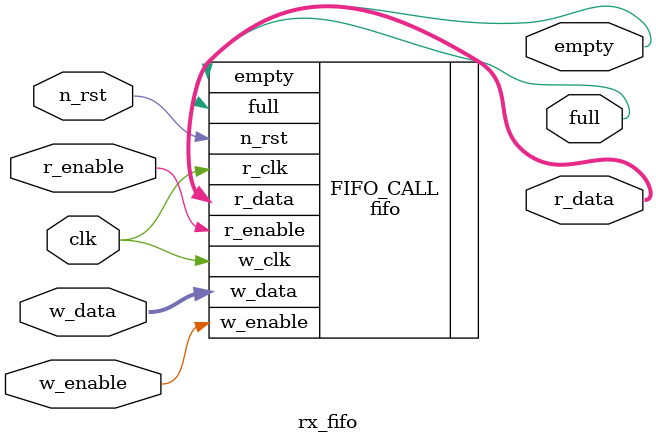
<source format=sv>

module rx_fifo
(
	input wire clk,
	input wire n_rst,
	input wire r_enable,
	input wire w_enable,
	input wire [7:0] w_data,
	output wire [7:0] r_data,
	output wire empty,
	output wire full
);	

	fifo FIFO_CALL
	(
		.r_clk(clk),
		.w_clk(clk),
		.n_rst(n_rst),
		.r_enable(r_enable),
		.w_enable(w_enable),
		.w_data(w_data),
		.r_data(r_data),
		.empty(empty),
		.full(full)
	);

endmodule

</source>
